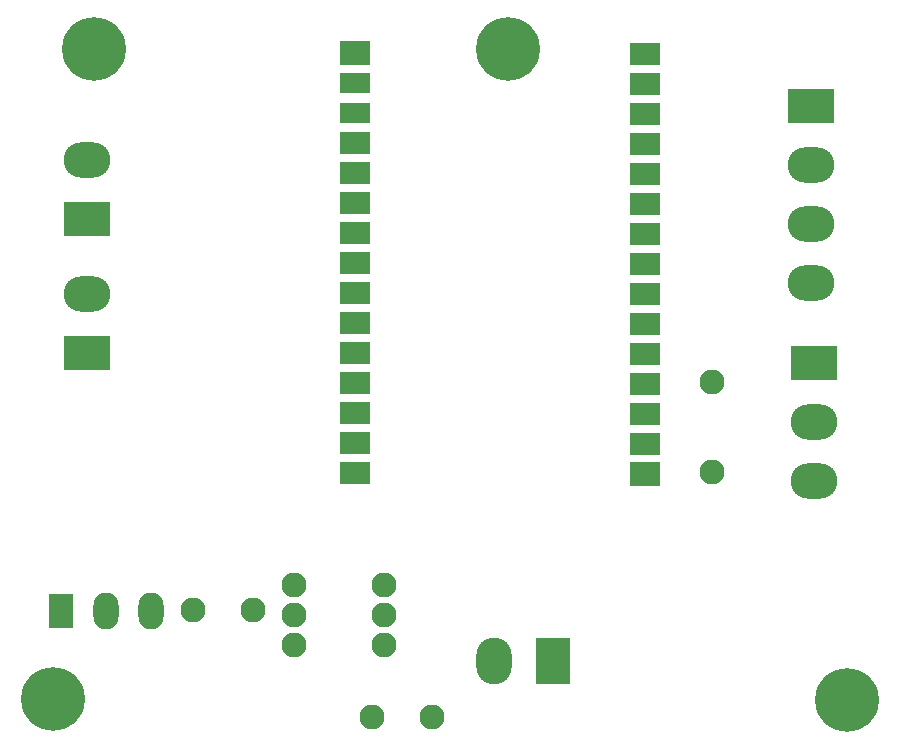
<source format=gbr>
%TF.GenerationSoftware,KiCad,Pcbnew,7.0.6*%
%TF.CreationDate,2023-09-01T15:44:31-05:00*%
%TF.ProjectId,basic_decoration_pcb,62617369-635f-4646-9563-6f726174696f,rev?*%
%TF.SameCoordinates,Original*%
%TF.FileFunction,Soldermask,Top*%
%TF.FilePolarity,Negative*%
%FSLAX46Y46*%
G04 Gerber Fmt 4.6, Leading zero omitted, Abs format (unit mm)*
G04 Created by KiCad (PCBNEW 7.0.6) date 2023-09-01 15:44:31*
%MOMM*%
%LPD*%
G01*
G04 APERTURE LIST*
%ADD10R,3.960000X3.000000*%
%ADD11O,3.960000X3.000000*%
%ADD12C,2.125000*%
%ADD13O,2.125000X2.125000*%
%ADD14C,5.400000*%
%ADD15R,2.540000X2.100000*%
%ADD16R,2.540000X1.740000*%
%ADD17R,2.540000X1.950000*%
%ADD18R,2.540000X2.000000*%
%ADD19R,2.125000X3.000000*%
%ADD20O,2.125000X3.125000*%
%ADD21R,3.000000X3.960000*%
%ADD22O,3.000000X3.960000*%
G04 APERTURE END LIST*
D10*
%TO.C,Screen1*%
X219979000Y-57390000D03*
D11*
X219979000Y-62390000D03*
X219979000Y-67390000D03*
X219979000Y-72390000D03*
%TD*%
D12*
%TO.C,R3*%
X211582000Y-80772000D03*
D13*
X211582000Y-88392000D03*
%TD*%
D10*
%TO.C,J3*%
X220233000Y-79154000D03*
D11*
X220233000Y-84154000D03*
X220233000Y-89154000D03*
%TD*%
D14*
%TO.C,H1*%
X159258000Y-52578000D03*
%TD*%
%TO.C,H3*%
X223012000Y-107696000D03*
%TD*%
D15*
%TO.C,J_esp0*%
X181344040Y-52865800D03*
D16*
X181344040Y-55405800D03*
X181344040Y-57945800D03*
D17*
X181344040Y-60485800D03*
X181344040Y-63025800D03*
X181344040Y-65565800D03*
X181344040Y-68105800D03*
X181344040Y-70645800D03*
X181344040Y-73185800D03*
X181344040Y-75725800D03*
X181344040Y-78265800D03*
X181344040Y-80805800D03*
X181344040Y-83345800D03*
X181344040Y-85885800D03*
X181344040Y-88425800D03*
%TD*%
D18*
%TO.C,J_esp1*%
X205884540Y-88504800D03*
D17*
X205884540Y-85964800D03*
X205884540Y-83424800D03*
X205884540Y-80884800D03*
X205884540Y-78344800D03*
X205884540Y-75804800D03*
X205884540Y-73264800D03*
X205884540Y-70724800D03*
X205884540Y-68184800D03*
X205884540Y-65644800D03*
X205884540Y-63104800D03*
X205884540Y-60564800D03*
X205884540Y-58024800D03*
X205884540Y-55484800D03*
X205884540Y-52944800D03*
%TD*%
D14*
%TO.C,H2*%
X155788240Y-107569000D03*
%TD*%
%TO.C,H4*%
X194310000Y-52578000D03*
%TD*%
D19*
%TO.C,Q1*%
X156479000Y-100118250D03*
D20*
X160289000Y-100118250D03*
X164099000Y-100118250D03*
%TD*%
D21*
%TO.C,5V1*%
X198135000Y-104394000D03*
D22*
X193135000Y-104394000D03*
%TD*%
D12*
%TO.C,R2*%
X172713750Y-100076000D03*
D13*
X167633750Y-100076000D03*
%TD*%
D12*
%TO.C,U1*%
X183769000Y-102997000D03*
X183769000Y-100457000D03*
X183769000Y-97917000D03*
X176149000Y-97917000D03*
X176149000Y-100457000D03*
X176149000Y-102997000D03*
%TD*%
%TO.C,R1*%
X187826750Y-109093000D03*
D13*
X182746750Y-109093000D03*
%TD*%
D10*
%TO.C,J_AC_INPUT1*%
X158623000Y-78279000D03*
D11*
X158623000Y-73279000D03*
%TD*%
D10*
%TO.C,J_AC_LOAD1*%
X158623000Y-66929000D03*
D11*
X158623000Y-61929000D03*
%TD*%
M02*

</source>
